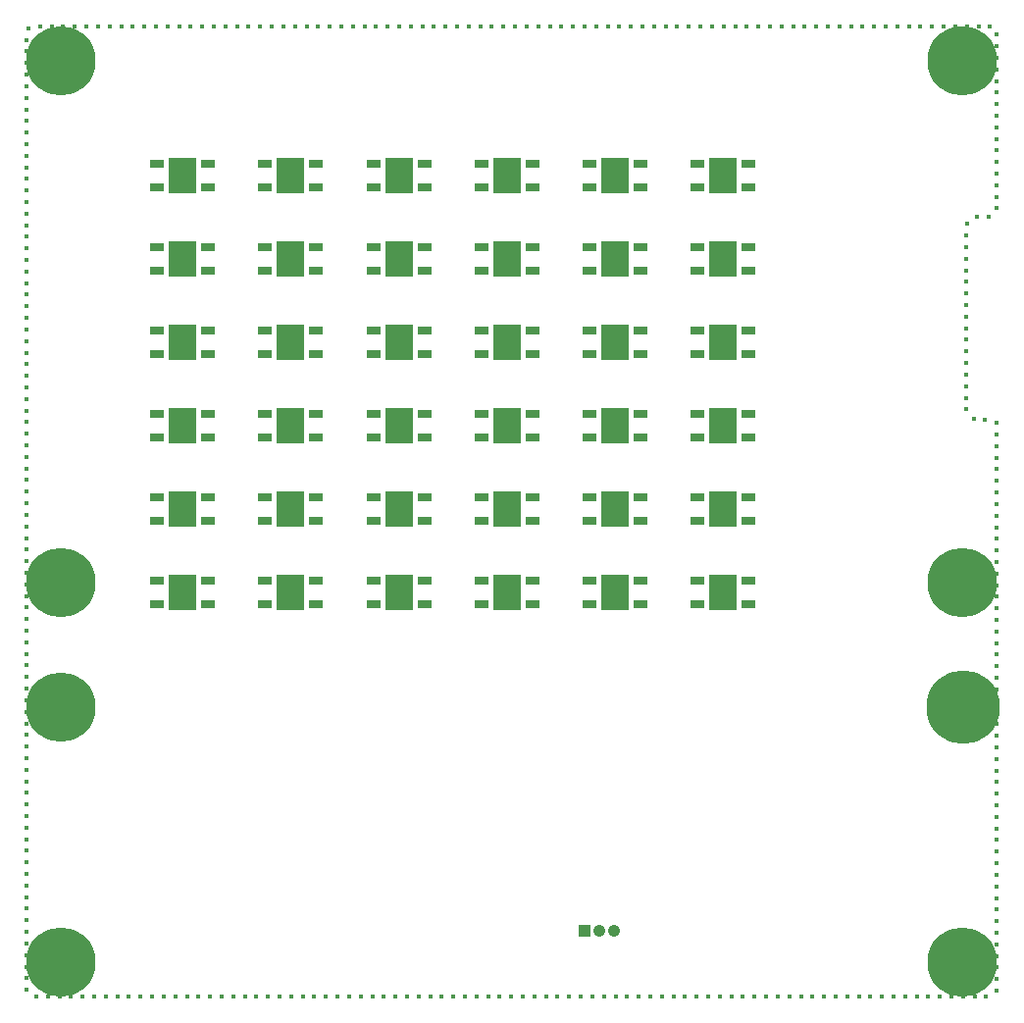
<source format=gbr>
G04*
G04 #@! TF.GenerationSoftware,Altium Limited,Altium Designer,24.1.2 (44)*
G04*
G04 Layer_Color=255*
%FSLAX44Y44*%
%MOMM*%
G71*
G04*
G04 #@! TF.SameCoordinates,6DB90BD0-6BCB-4E72-83D2-ACCC89333B5C*
G04*
G04*
G04 #@! TF.FilePolarity,Positive*
G04*
G01*
G75*
%ADD60R,1.0500X1.0500*%
%ADD61C,1.0500*%
%ADD62C,0.4000*%
%ADD63C,6.3500*%
%ADD64C,1.0000*%
%ADD65C,1.2000*%
%ADD66C,6.0000*%
%ADD69R,1.1938X0.7620*%
%ADD70R,2.4892X3.0988*%
D60*
X487680Y62820D02*
D03*
D61*
X500380D02*
D03*
X513080D02*
D03*
D62*
X843526Y836646D02*
D03*
Y826646D02*
D03*
Y816646D02*
D03*
Y806646D02*
D03*
Y796646D02*
D03*
Y786646D02*
D03*
Y776646D02*
D03*
Y766646D02*
D03*
Y756646D02*
D03*
Y746646D02*
D03*
Y736646D02*
D03*
Y726646D02*
D03*
Y716646D02*
D03*
Y706646D02*
D03*
Y696646D02*
D03*
Y686646D02*
D03*
X836499Y679532D02*
D03*
X826504Y679234D02*
D03*
X818616Y673087D02*
D03*
X817386Y663163D02*
D03*
Y653163D02*
D03*
Y643163D02*
D03*
Y633163D02*
D03*
Y623163D02*
D03*
Y613163D02*
D03*
Y603163D02*
D03*
Y593163D02*
D03*
Y583163D02*
D03*
Y573163D02*
D03*
Y563163D02*
D03*
Y553163D02*
D03*
Y543163D02*
D03*
Y533163D02*
D03*
Y523163D02*
D03*
X817680Y513168D02*
D03*
X823805Y505263D02*
D03*
X833728Y504023D02*
D03*
X843375Y501389D02*
D03*
X843526Y491390D02*
D03*
Y481390D02*
D03*
Y471390D02*
D03*
Y461390D02*
D03*
Y451390D02*
D03*
Y441390D02*
D03*
Y431390D02*
D03*
Y421390D02*
D03*
Y411390D02*
D03*
Y401390D02*
D03*
Y391390D02*
D03*
Y381390D02*
D03*
Y371390D02*
D03*
Y361390D02*
D03*
Y351390D02*
D03*
Y341390D02*
D03*
Y331390D02*
D03*
Y321390D02*
D03*
Y311391D02*
D03*
Y301391D02*
D03*
Y291391D02*
D03*
Y281391D02*
D03*
Y271391D02*
D03*
Y261391D02*
D03*
Y251391D02*
D03*
Y241391D02*
D03*
Y231391D02*
D03*
Y221391D02*
D03*
Y211391D02*
D03*
Y201391D02*
D03*
Y191391D02*
D03*
Y181391D02*
D03*
Y171391D02*
D03*
Y161391D02*
D03*
Y151391D02*
D03*
Y141391D02*
D03*
Y131391D02*
D03*
Y121391D02*
D03*
Y111391D02*
D03*
Y101391D02*
D03*
Y91391D02*
D03*
Y81391D02*
D03*
Y71391D02*
D03*
Y61391D02*
D03*
Y51391D02*
D03*
Y41391D02*
D03*
Y31391D02*
D03*
Y21391D02*
D03*
X843451Y11391D02*
D03*
X834744Y6474D02*
D03*
X824744D02*
D03*
X814744D02*
D03*
X804744D02*
D03*
X794744D02*
D03*
X784744D02*
D03*
X774744D02*
D03*
X764744D02*
D03*
X754744D02*
D03*
X744744D02*
D03*
X734744D02*
D03*
X724744D02*
D03*
X714744D02*
D03*
X704744D02*
D03*
X694744D02*
D03*
X684744D02*
D03*
X674744D02*
D03*
X664744D02*
D03*
X654744D02*
D03*
X644744D02*
D03*
X634744D02*
D03*
X624744D02*
D03*
X614744D02*
D03*
X604744D02*
D03*
X594744D02*
D03*
X584744D02*
D03*
X574744D02*
D03*
X564744D02*
D03*
X554744D02*
D03*
X544744D02*
D03*
X534744D02*
D03*
X524744D02*
D03*
X514744D02*
D03*
X504744D02*
D03*
X494744D02*
D03*
X484744D02*
D03*
X474744D02*
D03*
X464744D02*
D03*
X454744D02*
D03*
X444744D02*
D03*
X434744D02*
D03*
X424744D02*
D03*
X414744D02*
D03*
X404745D02*
D03*
X394745D02*
D03*
X384745D02*
D03*
X374745D02*
D03*
X364745D02*
D03*
X354745D02*
D03*
X344745D02*
D03*
X334745D02*
D03*
X324745D02*
D03*
X314745D02*
D03*
X304745D02*
D03*
X294745D02*
D03*
X284745D02*
D03*
X274745D02*
D03*
X264745D02*
D03*
X254745D02*
D03*
X244745D02*
D03*
X234745D02*
D03*
X224745D02*
D03*
X214745D02*
D03*
X204745D02*
D03*
X194745D02*
D03*
X184745D02*
D03*
X174745D02*
D03*
X164745D02*
D03*
X154745D02*
D03*
X144745D02*
D03*
X134745D02*
D03*
X124745D02*
D03*
X114745D02*
D03*
X104745D02*
D03*
X94745D02*
D03*
X84745D02*
D03*
X74745D02*
D03*
X64745D02*
D03*
X54745D02*
D03*
X44745D02*
D03*
X34745D02*
D03*
X24745D02*
D03*
X14745D02*
D03*
X6474Y12095D02*
D03*
Y22095D02*
D03*
Y32095D02*
D03*
Y42095D02*
D03*
Y52095D02*
D03*
Y62095D02*
D03*
Y72095D02*
D03*
Y82095D02*
D03*
Y92094D02*
D03*
Y102094D02*
D03*
Y112094D02*
D03*
Y122094D02*
D03*
Y132094D02*
D03*
Y142094D02*
D03*
Y152094D02*
D03*
Y162094D02*
D03*
Y172094D02*
D03*
Y182094D02*
D03*
Y192094D02*
D03*
Y202094D02*
D03*
Y212094D02*
D03*
Y222094D02*
D03*
Y232094D02*
D03*
Y242094D02*
D03*
Y252094D02*
D03*
Y262094D02*
D03*
Y272094D02*
D03*
Y282094D02*
D03*
Y292094D02*
D03*
Y302094D02*
D03*
Y312094D02*
D03*
Y322094D02*
D03*
Y332094D02*
D03*
Y342094D02*
D03*
Y352094D02*
D03*
Y362094D02*
D03*
Y372094D02*
D03*
Y382094D02*
D03*
Y392094D02*
D03*
Y402094D02*
D03*
Y412094D02*
D03*
Y422094D02*
D03*
Y432094D02*
D03*
Y442094D02*
D03*
Y452094D02*
D03*
Y462094D02*
D03*
Y472094D02*
D03*
Y482094D02*
D03*
Y492094D02*
D03*
Y502094D02*
D03*
Y512094D02*
D03*
Y522094D02*
D03*
Y532094D02*
D03*
Y542094D02*
D03*
Y552094D02*
D03*
Y562094D02*
D03*
Y572094D02*
D03*
Y582094D02*
D03*
Y592094D02*
D03*
Y602094D02*
D03*
Y612094D02*
D03*
Y622094D02*
D03*
Y632094D02*
D03*
Y642093D02*
D03*
Y652093D02*
D03*
Y662093D02*
D03*
Y672093D02*
D03*
Y682093D02*
D03*
Y692093D02*
D03*
Y702093D02*
D03*
Y712093D02*
D03*
Y722093D02*
D03*
Y732093D02*
D03*
Y742093D02*
D03*
Y752093D02*
D03*
Y762093D02*
D03*
Y772093D02*
D03*
Y782093D02*
D03*
Y792093D02*
D03*
Y802093D02*
D03*
Y812093D02*
D03*
Y822093D02*
D03*
Y832093D02*
D03*
X8143Y841953D02*
D03*
X18018Y843526D02*
D03*
X28018D02*
D03*
X38018D02*
D03*
X48018D02*
D03*
X58018D02*
D03*
X68018D02*
D03*
X78018D02*
D03*
X88018D02*
D03*
X98018D02*
D03*
X108018D02*
D03*
X118018D02*
D03*
X128018D02*
D03*
X138018D02*
D03*
X148018D02*
D03*
X158018D02*
D03*
X168018D02*
D03*
X178018D02*
D03*
X188018D02*
D03*
X198018D02*
D03*
X208018D02*
D03*
X218018D02*
D03*
X228018D02*
D03*
X238018D02*
D03*
X248018D02*
D03*
X258018D02*
D03*
X268018D02*
D03*
X278018D02*
D03*
X288018D02*
D03*
X298018D02*
D03*
X308018D02*
D03*
X318018D02*
D03*
X328018D02*
D03*
X338018D02*
D03*
X348018D02*
D03*
X358018D02*
D03*
X368018D02*
D03*
X378018D02*
D03*
X388018D02*
D03*
X398018D02*
D03*
X408018D02*
D03*
X418018D02*
D03*
X428018D02*
D03*
X438018D02*
D03*
X448018D02*
D03*
X458018D02*
D03*
X468018D02*
D03*
X478018D02*
D03*
X488018D02*
D03*
X498017D02*
D03*
X508017D02*
D03*
X518017D02*
D03*
X528017D02*
D03*
X538017D02*
D03*
X548017D02*
D03*
X558017D02*
D03*
X568017D02*
D03*
X578017D02*
D03*
X588017D02*
D03*
X598017D02*
D03*
X608017D02*
D03*
X618017D02*
D03*
X628017D02*
D03*
X638017D02*
D03*
X648017D02*
D03*
X658017D02*
D03*
X668017D02*
D03*
X678017D02*
D03*
X688017D02*
D03*
X698017D02*
D03*
X708017D02*
D03*
X718017D02*
D03*
X728017D02*
D03*
X738017D02*
D03*
X748017D02*
D03*
X758017D02*
D03*
X768017D02*
D03*
X778017D02*
D03*
X788017D02*
D03*
X798017D02*
D03*
X808017D02*
D03*
X818017D02*
D03*
X828017D02*
D03*
X838017Y843529D02*
D03*
D63*
X814477Y256000D02*
D03*
D64*
X805729Y277120D02*
D03*
X793357Y247252D02*
D03*
X823225Y234880D02*
D03*
X835597Y264748D02*
D03*
X823225Y277120D02*
D03*
X793357Y264748D02*
D03*
X805729Y234880D02*
D03*
X835597Y247252D02*
D03*
D65*
X835120Y822748D02*
D03*
X805252Y835120D02*
D03*
X792880Y44748D02*
D03*
X822748Y57120D02*
D03*
X835120Y355252D02*
D03*
X822748Y14880D02*
D03*
X805252Y57120D02*
D03*
X835120Y44748D02*
D03*
X792880Y27252D02*
D03*
X805252Y342880D02*
D03*
X792880Y372748D02*
D03*
X822748Y385120D02*
D03*
X835120Y372748D02*
D03*
X822748Y342880D02*
D03*
X57120Y372748D02*
D03*
X44748Y342880D02*
D03*
X14880Y355252D02*
D03*
X27252Y385120D02*
D03*
X792880Y355252D02*
D03*
X805252Y385120D02*
D03*
X835120Y805252D02*
D03*
X805252Y792880D02*
D03*
X792880Y822748D02*
D03*
X822748Y835120D02*
D03*
Y792880D02*
D03*
X792880Y805252D02*
D03*
X57120D02*
D03*
X27252Y792880D02*
D03*
X14880Y822748D02*
D03*
X44748Y835120D02*
D03*
X57120Y822748D02*
D03*
X44748Y792880D02*
D03*
X14880Y805252D02*
D03*
X27252Y835120D02*
D03*
X57120Y355252D02*
D03*
X27252Y342880D02*
D03*
X14880Y372748D02*
D03*
X44748Y385120D02*
D03*
X805252Y14880D02*
D03*
X44748Y14880D02*
D03*
X57120Y247252D02*
D03*
X57120Y44748D02*
D03*
X835120Y27252D02*
D03*
X14880Y264748D02*
D03*
X14880Y27252D02*
D03*
X44748Y234880D02*
D03*
X57120Y264748D02*
D03*
X44748Y277120D02*
D03*
X27252Y277120D02*
D03*
Y234880D02*
D03*
X44748Y57120D02*
D03*
X57120Y27252D02*
D03*
X27252Y14880D02*
D03*
Y57120D02*
D03*
X14880Y44748D02*
D03*
X14880Y247252D02*
D03*
D66*
X36000Y256000D02*
D03*
Y36000D02*
D03*
X814000D02*
D03*
Y364000D02*
D03*
Y814000D02*
D03*
X36000D02*
D03*
Y364000D02*
D03*
D69*
X163098Y705000D02*
D03*
X118902Y725000D02*
D03*
Y705000D02*
D03*
X163098Y725000D02*
D03*
Y653000D02*
D03*
X118902Y633000D02*
D03*
Y653000D02*
D03*
X163098Y633000D02*
D03*
X256438Y653000D02*
D03*
X212242Y633000D02*
D03*
Y653000D02*
D03*
X256438Y633000D02*
D03*
Y725000D02*
D03*
X212242Y705000D02*
D03*
Y725000D02*
D03*
X256438Y705000D02*
D03*
X349778Y653000D02*
D03*
X305582Y633000D02*
D03*
Y653000D02*
D03*
X349778Y633000D02*
D03*
Y705000D02*
D03*
X305582Y725000D02*
D03*
Y705000D02*
D03*
X349778Y725000D02*
D03*
X536458Y653000D02*
D03*
X492262Y633000D02*
D03*
Y653000D02*
D03*
X536458Y633000D02*
D03*
X443118D02*
D03*
X398922Y653000D02*
D03*
Y633000D02*
D03*
X443118Y653000D02*
D03*
Y725000D02*
D03*
X398922Y705000D02*
D03*
Y725000D02*
D03*
X443118Y705000D02*
D03*
X536458D02*
D03*
X492262Y725000D02*
D03*
Y705000D02*
D03*
X536458Y725000D02*
D03*
X629798Y705000D02*
D03*
X585602Y725000D02*
D03*
Y705000D02*
D03*
X629798Y725000D02*
D03*
Y653000D02*
D03*
X585602Y633000D02*
D03*
Y653000D02*
D03*
X629798Y633000D02*
D03*
Y581000D02*
D03*
X585602Y561000D02*
D03*
Y581000D02*
D03*
X629798Y561000D02*
D03*
X536458D02*
D03*
X492262Y581000D02*
D03*
Y561000D02*
D03*
X536458Y581000D02*
D03*
X443118D02*
D03*
X398922Y561000D02*
D03*
Y581000D02*
D03*
X443118Y561000D02*
D03*
X349778Y581000D02*
D03*
X305582Y561000D02*
D03*
Y581000D02*
D03*
X349778Y561000D02*
D03*
X256438Y581000D02*
D03*
X212242Y561000D02*
D03*
Y581000D02*
D03*
X256438Y561000D02*
D03*
X163098D02*
D03*
X118902Y581000D02*
D03*
Y561000D02*
D03*
X163098Y581000D02*
D03*
Y345000D02*
D03*
X118902Y365000D02*
D03*
Y345000D02*
D03*
X163098Y365000D02*
D03*
Y509000D02*
D03*
X118902Y489000D02*
D03*
Y509000D02*
D03*
X163098Y489000D02*
D03*
X256438Y509000D02*
D03*
X212242Y489000D02*
D03*
Y509000D02*
D03*
X256438Y489000D02*
D03*
X349778Y509000D02*
D03*
X305582Y489000D02*
D03*
Y509000D02*
D03*
X349778Y489000D02*
D03*
X256438Y365000D02*
D03*
X212242Y345000D02*
D03*
Y365000D02*
D03*
X256438Y345000D02*
D03*
X349778D02*
D03*
X305582Y365000D02*
D03*
Y345000D02*
D03*
X349778Y365000D02*
D03*
X443118Y345000D02*
D03*
X398922Y365000D02*
D03*
Y345000D02*
D03*
X443118Y365000D02*
D03*
X536458Y345000D02*
D03*
X492262Y365000D02*
D03*
Y345000D02*
D03*
X536458Y365000D02*
D03*
X629798D02*
D03*
X585602Y345000D02*
D03*
Y365000D02*
D03*
X629798Y345000D02*
D03*
X443118Y509000D02*
D03*
X398922Y489000D02*
D03*
Y509000D02*
D03*
X443118Y489000D02*
D03*
X536458Y509000D02*
D03*
X492262Y489000D02*
D03*
Y509000D02*
D03*
X536458Y489000D02*
D03*
X629798D02*
D03*
X585602Y509000D02*
D03*
Y489000D02*
D03*
X629798Y509000D02*
D03*
X163098Y437000D02*
D03*
X118902Y417000D02*
D03*
Y437000D02*
D03*
X163098Y417000D02*
D03*
X443118Y437000D02*
D03*
X398922Y417000D02*
D03*
Y437000D02*
D03*
X443118Y417000D02*
D03*
X536458Y437000D02*
D03*
X492262Y417000D02*
D03*
Y437000D02*
D03*
X536458Y417000D02*
D03*
X256438Y437000D02*
D03*
X212242Y417000D02*
D03*
Y437000D02*
D03*
X256438Y417000D02*
D03*
X349778Y437000D02*
D03*
X305582Y417000D02*
D03*
Y437000D02*
D03*
X349778Y417000D02*
D03*
X629798Y437000D02*
D03*
X585602Y417000D02*
D03*
Y437000D02*
D03*
X629798Y417000D02*
D03*
D70*
X141000Y715000D02*
D03*
Y643000D02*
D03*
X234340D02*
D03*
Y715000D02*
D03*
X327680Y643000D02*
D03*
Y715000D02*
D03*
X514360Y643000D02*
D03*
X421020D02*
D03*
Y715000D02*
D03*
X514360D02*
D03*
X607700D02*
D03*
Y643000D02*
D03*
Y571000D02*
D03*
X514360D02*
D03*
X421020D02*
D03*
X327680D02*
D03*
X234340D02*
D03*
X141000D02*
D03*
Y355000D02*
D03*
Y499000D02*
D03*
X234340D02*
D03*
X327680D02*
D03*
X234340Y355000D02*
D03*
X327680D02*
D03*
X421020D02*
D03*
X514360D02*
D03*
X607700D02*
D03*
X421020Y499000D02*
D03*
X514360D02*
D03*
X607700D02*
D03*
X141000Y427000D02*
D03*
X421020D02*
D03*
X514360D02*
D03*
X234340D02*
D03*
X327680D02*
D03*
X607700D02*
D03*
M02*

</source>
